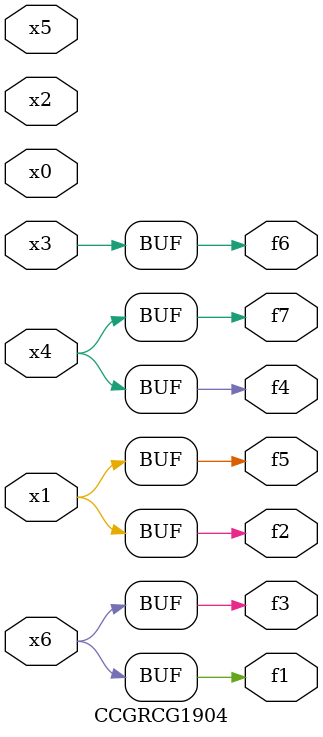
<source format=v>
module CCGRCG1904(
	input x0, x1, x2, x3, x4, x5, x6,
	output f1, f2, f3, f4, f5, f6, f7
);
	assign f1 = x6;
	assign f2 = x1;
	assign f3 = x6;
	assign f4 = x4;
	assign f5 = x1;
	assign f6 = x3;
	assign f7 = x4;
endmodule

</source>
